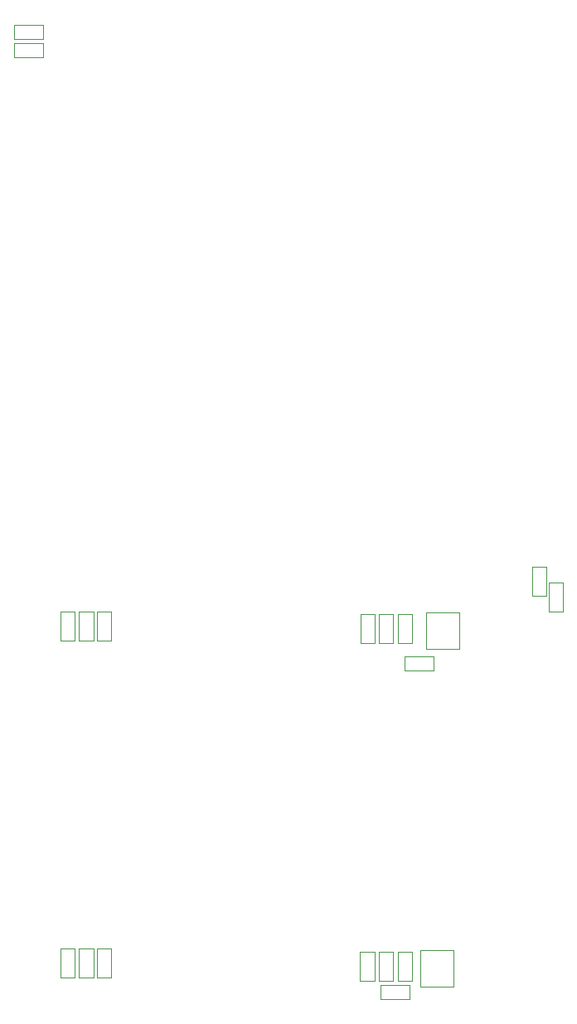
<source format=gbr>
%TF.GenerationSoftware,KiCad,Pcbnew,9.0.3*%
%TF.CreationDate,2025-09-17T10:51:31-04:00*%
%TF.ProjectId,4_COLD_TPC_SiPM_Pre_Amp,345f434f-4c44-45f5-9450-435f5369504d,rev?*%
%TF.SameCoordinates,Original*%
%TF.FileFunction,Other,User*%
%FSLAX46Y46*%
G04 Gerber Fmt 4.6, Leading zero omitted, Abs format (unit mm)*
G04 Created by KiCad (PCBNEW 9.0.3) date 2025-09-17 10:51:31*
%MOMM*%
%LPD*%
G01*
G04 APERTURE LIST*
%ADD10C,0.050000*%
G04 APERTURE END LIST*
D10*
%TO.C,C8*%
X188607500Y-164570000D02*
X187147500Y-164570000D01*
X188607500Y-161610000D02*
X188607500Y-164570000D01*
X187147500Y-164570000D02*
X187147500Y-161610000D01*
X187147500Y-161610000D02*
X188607500Y-161610000D01*
%TO.C,C9*%
X190497500Y-164575000D02*
X189037500Y-164575000D01*
X190497500Y-161615000D02*
X190497500Y-164575000D01*
X189037500Y-164575000D02*
X189037500Y-161615000D01*
X189037500Y-161615000D02*
X190497500Y-161615000D01*
%TO.C,C10*%
X192307500Y-164580000D02*
X190847500Y-164580000D01*
X192307500Y-161620000D02*
X192307500Y-164580000D01*
X190847500Y-164580000D02*
X190847500Y-161620000D01*
X190847500Y-161620000D02*
X192307500Y-161620000D01*
%TO.C,C11*%
X219217500Y-164860000D02*
X217757500Y-164860000D01*
X219217500Y-161900000D02*
X219217500Y-164860000D01*
X217757500Y-164860000D02*
X217757500Y-161900000D01*
X217757500Y-161900000D02*
X219217500Y-161900000D01*
%TO.C,C13*%
X221127500Y-164860000D02*
X219667500Y-164860000D01*
X221127500Y-161900000D02*
X221127500Y-164860000D01*
X219667500Y-164860000D02*
X219667500Y-161900000D01*
X219667500Y-161900000D02*
X221127500Y-161900000D01*
%TO.C,C14*%
X223037500Y-164860000D02*
X221577500Y-164860000D01*
X223037500Y-161900000D02*
X223037500Y-164860000D01*
X221577500Y-164860000D02*
X221577500Y-161900000D01*
X221577500Y-161900000D02*
X223037500Y-161900000D01*
%TO.C,D1*%
X227297500Y-165447500D02*
X227297500Y-161727500D01*
X227297500Y-161727500D02*
X223897500Y-161727500D01*
X223897500Y-165447500D02*
X227297500Y-165447500D01*
X223897500Y-161727500D02*
X223897500Y-165447500D01*
%TO.C,D2*%
X227865000Y-131037500D02*
X227865000Y-127317500D01*
X227865000Y-127317500D02*
X224465000Y-127317500D01*
X224465000Y-131037500D02*
X227865000Y-131037500D01*
X224465000Y-127317500D02*
X224465000Y-131037500D01*
%TO.C,R1*%
X222807500Y-166770000D02*
X219847500Y-166770000D01*
X222807500Y-165310000D02*
X222807500Y-166770000D01*
X219847500Y-166770000D02*
X219847500Y-165310000D01*
X219847500Y-165310000D02*
X222807500Y-165310000D01*
%TO.C,R2*%
X225235000Y-133220000D02*
X222275000Y-133220000D01*
X225235000Y-131760000D02*
X225235000Y-133220000D01*
X222275000Y-133220000D02*
X222275000Y-131760000D01*
X222275000Y-131760000D02*
X225235000Y-131760000D01*
%TO.C,C31*%
X235320000Y-122620000D02*
X236780000Y-122620000D01*
X235320000Y-125580000D02*
X235320000Y-122620000D01*
X236780000Y-122620000D02*
X236780000Y-125580000D01*
X236780000Y-125580000D02*
X235320000Y-125580000D01*
%TO.C,R43*%
X237030000Y-124220000D02*
X238490000Y-124220000D01*
X237030000Y-127180000D02*
X237030000Y-124220000D01*
X238490000Y-124220000D02*
X238490000Y-127180000D01*
X238490000Y-127180000D02*
X237030000Y-127180000D01*
%TO.C,R44*%
X182400000Y-67320000D02*
X185360000Y-67320000D01*
X182400000Y-68780000D02*
X182400000Y-67320000D01*
X185360000Y-67320000D02*
X185360000Y-68780000D01*
X185360000Y-68780000D02*
X182400000Y-68780000D01*
%TO.C,R42*%
X182400000Y-69180000D02*
X185360000Y-69180000D01*
X182400000Y-70640000D02*
X182400000Y-69180000D01*
X185360000Y-69180000D02*
X185360000Y-70640000D01*
X185360000Y-70640000D02*
X182400000Y-70640000D01*
%TO.C,C22*%
X219675000Y-127480000D02*
X221135000Y-127480000D01*
X219675000Y-130440000D02*
X219675000Y-127480000D01*
X221135000Y-127480000D02*
X221135000Y-130440000D01*
X221135000Y-130440000D02*
X219675000Y-130440000D01*
%TO.C,C20*%
X217765000Y-127480000D02*
X219225000Y-127480000D01*
X217765000Y-130440000D02*
X217765000Y-127480000D01*
X219225000Y-127480000D02*
X219225000Y-130440000D01*
X219225000Y-130440000D02*
X217765000Y-130440000D01*
%TO.C,C23*%
X221585000Y-127480000D02*
X223045000Y-127480000D01*
X221585000Y-130440000D02*
X221585000Y-127480000D01*
X223045000Y-127480000D02*
X223045000Y-130440000D01*
X223045000Y-130440000D02*
X221585000Y-130440000D01*
%TO.C,C18*%
X189045000Y-127195000D02*
X190505000Y-127195000D01*
X189045000Y-130155000D02*
X189045000Y-127195000D01*
X190505000Y-127195000D02*
X190505000Y-130155000D01*
X190505000Y-130155000D02*
X189045000Y-130155000D01*
%TO.C,C19*%
X190855000Y-127200000D02*
X192315000Y-127200000D01*
X190855000Y-130160000D02*
X190855000Y-127200000D01*
X192315000Y-127200000D02*
X192315000Y-130160000D01*
X192315000Y-130160000D02*
X190855000Y-130160000D01*
%TO.C,C17*%
X187155000Y-127190000D02*
X188615000Y-127190000D01*
X187155000Y-130150000D02*
X187155000Y-127190000D01*
X188615000Y-127190000D02*
X188615000Y-130150000D01*
X188615000Y-130150000D02*
X187155000Y-130150000D01*
%TD*%
M02*

</source>
